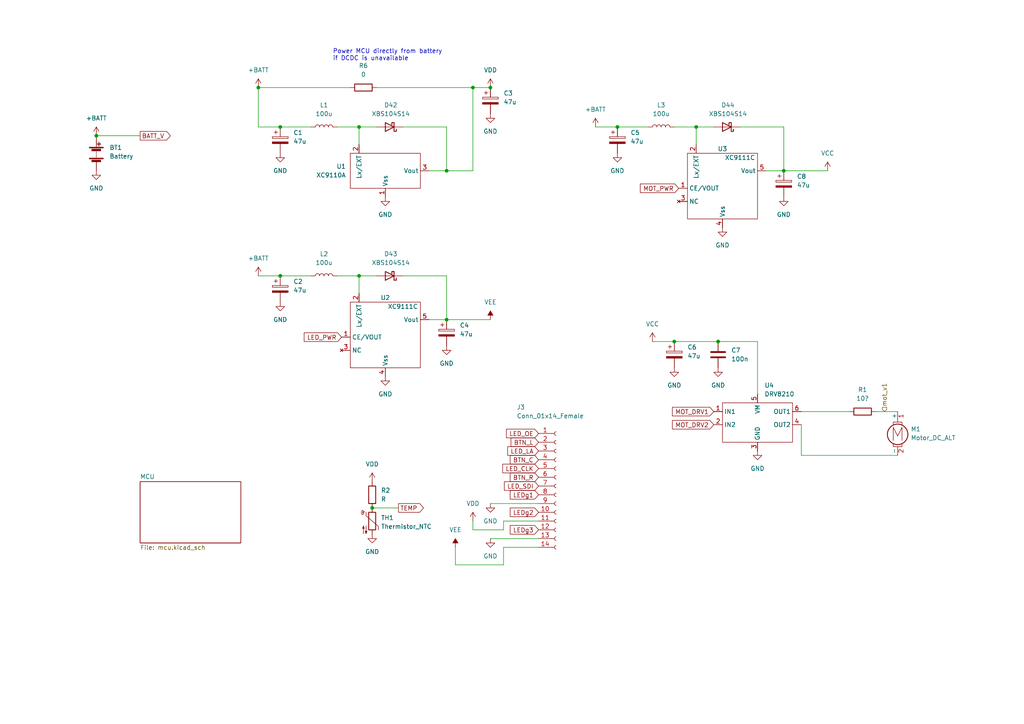
<source format=kicad_sch>
(kicad_sch (version 20250114) (generator "eeschema") (generator_version "9.0")
  (paper "A4")
  (lib_symbols
    (symbol "Connector:Conn_01x14_Female" (pin_names (offset 1.016) (hide yes))
      (property "Reference" "J" (at 0 17.78 0))
      (property "Value" "Conn_01x14_Female" (at 0 -20.32 0))
      (symbol "Conn_01x14_Female_1_1"
        (polyline (pts (xy -1.27 15.24) (xy -0.508 15.24)) (stroke (width 0.1524)))
        (polyline (pts (xy -1.27 12.7) (xy -0.508 12.7)) (stroke (width 0.1524)))
        (polyline (pts (xy -1.27 10.16) (xy -0.508 10.16)) (stroke (width 0.1524)))
        (polyline (pts (xy -1.27 7.62) (xy -0.508 7.62)) (stroke (width 0.1524)))
        (polyline (pts (xy -1.27 5.08) (xy -0.508 5.08)) (stroke (width 0.1524)))
        (polyline (pts (xy -1.27 2.54) (xy -0.508 2.54)) (stroke (width 0.1524)))
        (polyline (pts (xy -1.27 0) (xy -0.508 0)) (stroke (width 0.1524)))
        (polyline (pts (xy -1.27 -2.54) (xy -0.508 -2.54)) (stroke (width 0.1524)))
        (polyline (pts (xy -1.27 -5.08) (xy -0.508 -5.08)) (stroke (width 0.1524)))
        (polyline (pts (xy -1.27 -7.62) (xy -0.508 -7.62)) (stroke (width 0.1524)))
        (polyline (pts (xy -1.27 -10.16) (xy -0.508 -10.16)) (stroke (width 0.1524)))
        (polyline (pts (xy -1.27 -12.7) (xy -0.508 -12.7)) (stroke (width 0.1524)))
        (polyline (pts (xy -1.27 -15.24) (xy -0.508 -15.24)) (stroke (width 0.1524)))
        (polyline (pts (xy -1.27 -17.78) (xy -0.508 -17.78)) (stroke (width 0.1524)))
        (arc (start 0 14.732) (mid -0.5058 15.24) (end 0 15.748) (stroke (width 0.1524)))
        (arc (start 0 12.192) (mid -0.5058 12.7) (end 0 13.208) (stroke (width 0.1524)))
        (arc (start 0 9.652) (mid -0.5058 10.16) (end 0 10.668) (stroke (width 0.1524)))
        (arc (start 0 7.112) (mid -0.5058 7.62) (end 0 8.128) (stroke (width 0.1524)))
        (arc (start 0 4.572) (mid -0.5058 5.08) (end 0 5.588) (stroke (width 0.1524)))
        (arc (start 0 2.032) (mid -0.5058 2.54) (end 0 3.048) (stroke (width 0.1524)))
        (arc (start 0 -0.508) (mid -0.5058 0) (end 0 0.508) (stroke (width 0.1524)))
        (arc (start 0 -3.048) (mid -0.5058 -2.54) (end 0 -2.032) (stroke (width 0.1524)))
        (arc (start 0 -5.588) (mid -0.5058 -5.08) (end 0 -4.572) (stroke (width 0.1524)))
        (arc (start 0 -8.128) (mid -0.5058 -7.62) (end 0 -7.112) (stroke (width 0.1524)))
        (arc (start 0 -10.668) (mid -0.5058 -10.16) (end 0 -9.652) (stroke (width 0.1524)))
        (arc (start 0 -13.208) (mid -0.5058 -12.7) (end 0 -12.192) (stroke (width 0.1524)))
        (arc (start 0 -15.748) (mid -0.5058 -15.24) (end 0 -14.732) (stroke (width 0.1524)))
        (arc (start 0 -18.288) (mid -0.5058 -17.78) (end 0 -17.272) (stroke (width 0.1524)))
        (pin passive line (at -5.08 15.24 0) (length 3.81) (name "Pin_1") (number "1"))
        (pin passive line (at -5.08 12.7 0) (length 3.81) (name "Pin_2") (number "2"))
        (pin passive line (at -5.08 10.16 0) (length 3.81) (name "Pin_3") (number "3"))
        (pin passive line (at -5.08 7.62 0) (length 3.81) (name "Pin_4") (number "4"))
        (pin passive line (at -5.08 5.08 0) (length 3.81) (name "Pin_5") (number "5"))
        (pin passive line (at -5.08 2.54 0) (length 3.81) (name "Pin_6") (number "6"))
        (pin passive line (at -5.08 0 0) (length 3.81) (name "Pin_7") (number "7"))
        (pin passive line (at -5.08 -2.54 0) (length 3.81) (name "Pin_8") (number "8"))
        (pin passive line (at -5.08 -5.08 0) (length 3.81) (name "Pin_9") (number "9"))
        (pin passive line (at -5.08 -7.62 0) (length 3.81) (name "Pin_10") (number "10"))
        (pin passive line (at -5.08 -10.16 0) (length 3.81) (name "Pin_11") (number "11"))
        (pin passive line (at -5.08 -12.7 0) (length 3.81) (name "Pin_12") (number "12"))
        (pin passive line (at -5.08 -15.24 0) (length 3.81) (name "Pin_13") (number "13"))
        (pin passive line (at -5.08 -17.78 0) (length 3.81) (name "Pin_14") (number "14"))
      )
    )
    (symbol "Device:Battery" (pin_numbers (hide yes)) (pin_names (offset 0) (hide yes))
      (property "Reference" "BT" (at 2.54 2.54 0))
      (property "Value" "Battery" (at 2.54 0 0))
      (symbol "Battery_0_1"
        (rectangle (start -2.032 1.778) (end 2.032 1.524) (fill (type outline)))
        (rectangle (start -2.032 -1.397) (end 2.032 -1.651) (fill (type outline)))
        (rectangle (start -1.3208 1.1938) (end 1.27 0.6858) (fill (type outline)))
        (rectangle (start -1.3208 -1.9812) (end 1.27 -2.4892) (fill (type outline)))
        (polyline (pts (xy 0 1.778) (xy 0 2.54)))
        (polyline (pts (xy 0 0.508) (xy 0 0.762)))
        (polyline (pts (xy 0 0) (xy 0 0.254)))
        (polyline (pts (xy 0 -0.508) (xy 0 -0.254)))
        (polyline (pts (xy 0 -1.016) (xy 0 -0.762)))
        (polyline (pts (xy 0 -1.524) (xy 0 -1.27)))
        (polyline (pts (xy 0.254 2.667) (xy 1.27 2.667)) (stroke (width 0.254)))
        (polyline (pts (xy 0.762 3.175) (xy 0.762 2.159)) (stroke (width 0.254)))
      )
      (symbol "Battery_1_1"
        (pin passive line (at 0 5.08 270) (length 2.54) (name "+") (number "1"))
        (pin passive line (at 0 -5.08 90) (length 2.54) (name "-") (number "2"))
      )
    )
    (symbol "Device:C" (pin_numbers (hide yes)) (pin_names (offset 0.254))
      (property "Reference" "C" (at 0.635 2.54 0))
      (property "Value" "C" (at 0.635 -2.54 0))
      (symbol "C_0_1"
        (polyline (pts (xy -2.032 0.762) (xy 2.032 0.762)) (stroke (width 0.508)))
        (polyline (pts (xy -2.032 -0.762) (xy 2.032 -0.762)) (stroke (width 0.508)))
      )
      (symbol "C_1_1"
        (pin passive line (at 0 3.81 270) (length 2.794) (name "~") (number "1"))
        (pin passive line (at 0 -3.81 90) (length 2.794) (name "~") (number "2"))
      )
    )
    (symbol "Device:C_Polarized" (pin_numbers (hide yes)) (pin_names (offset 0.254))
      (property "Reference" "C" (at 0.635 2.54 0))
      (property "Value" "C_Polarized" (at 0.635 -2.54 0))
      (symbol "C_Polarized_0_1"
        (rectangle (start -2.286 0.508) (end 2.286 1.016))
        (polyline (pts (xy -1.778 2.286) (xy -0.762 2.286)))
        (polyline (pts (xy -1.27 2.794) (xy -1.27 1.778)))
        (rectangle (start 2.286 -0.508) (end -2.286 -1.016) (fill (type outline)))
      )
      (symbol "C_Polarized_1_1"
        (pin passive line (at 0 3.81 270) (length 2.794) (name "~") (number "1"))
        (pin passive line (at 0 -3.81 90) (length 2.794) (name "~") (number "2"))
      )
    )
    (symbol "Device:D_Schottky" (pin_numbers (hide yes)) (pin_names (offset 1.016) (hide yes))
      (property "Reference" "D" (at 0 2.54 0))
      (property "Value" "D_Schottky" (at 0 -2.54 0))
      (symbol "D_Schottky_0_1"
        (polyline (pts (xy -1.905 0.635) (xy -1.905 1.27) (xy -1.27 1.27) (xy -1.27 -1.27) (xy -0.635 -1.27) (xy -0.635 -0.635)) (stroke (width 0.254)))
        (polyline (pts (xy 1.27 1.27) (xy 1.27 -1.27) (xy -1.27 0) (xy 1.27 1.27)) (stroke (width 0.254)))
        (polyline (pts (xy 1.27 0) (xy -1.27 0)))
      )
      (symbol "D_Schottky_1_1"
        (pin passive line (at -3.81 0 0) (length 2.54) (name "K") (number "1"))
        (pin passive line (at 3.81 0 180) (length 2.54) (name "A") (number "2"))
      )
    )
    (symbol "Device:L" (pin_numbers (hide yes)) (pin_names (offset 1.016) (hide yes))
      (property "Reference" "L" (at -1.27 0 90))
      (property "Value" "L" (at 1.905 0 90))
      (symbol "L_0_1"
        (arc (start 0 2.54) (mid 0.6323 1.905) (end 0 1.27))
        (arc (start 0 1.27) (mid 0.6323 0.635) (end 0 0))
        (arc (start 0 0) (mid 0.6323 -0.635) (end 0 -1.27))
        (arc (start 0 -1.27) (mid 0.6323 -1.905) (end 0 -2.54))
      )
      (symbol "L_1_1"
        (pin passive line (at 0 3.81 270) (length 1.27) (name "1") (number "1"))
        (pin passive line (at 0 -3.81 90) (length 1.27) (name "2") (number "2"))
      )
    )
    (symbol "Device:R" (pin_numbers (hide yes)) (pin_names (offset 0))
      (property "Reference" "R" (at 2.032 0 90))
      (property "Value" "R" (at 0 0 90))
      (symbol "R_0_1"
        (rectangle (start -1.016 -2.54) (end 1.016 2.54) (stroke (width 0.254)))
      )
      (symbol "R_1_1"
        (pin passive line (at 0 3.81 270) (length 1.27) (name "~") (number "1"))
        (pin passive line (at 0 -3.81 90) (length 1.27) (name "~") (number "2"))
      )
    )
    (symbol "Device:Thermistor_NTC" (pin_numbers (hide yes)) (pin_names (offset 0))
      (property "Reference" "TH" (at -4.445 0 90))
      (property "Value" "Thermistor_NTC" (at 3.175 0 90))
      (symbol "Thermistor_NTC_0_1"
        (arc (start -3.175 2.413) (mid -3.0506 2.3165) (end -3.048 2.159))
        (arc (start -3.048 2.794) (mid -2.9736 2.9736) (end -2.794 3.048))
        (arc (start -2.794 3.048) (mid -2.6144 2.9736) (end -2.54 2.794))
        (arc (start -2.794 2.54) (mid -2.9736 2.6144) (end -3.048 2.794))
        (arc (start -2.794 1.905) (mid -2.9736 1.9794) (end -3.048 2.159))
        (arc (start -2.54 2.159) (mid -2.6144 1.9794) (end -2.794 1.905))
        (arc (start -2.159 2.794) (mid -2.434 2.5608) (end -2.794 2.54))
        (polyline (pts (xy -2.54 2.159) (xy -2.54 2.794)))
        (polyline (pts (xy -2.54 -3.683) (xy -2.54 -1.397) (xy -2.794 -2.159) (xy -2.286 -2.159) (xy -2.54 -1.397) (xy -2.54 -1.651)) (fill (type outline)))
        (polyline (pts (xy -1.778 2.54) (xy -1.778 1.524) (xy 1.778 -1.524) (xy 1.778 -2.54)))
        (polyline (pts (xy -1.778 -1.397) (xy -1.778 -3.683) (xy -2.032 -2.921) (xy -1.524 -2.921) (xy -1.778 -3.683) (xy -1.778 -3.429)) (fill (type outline)))
        (rectangle (start -1.016 2.54) (end 1.016 -2.54) (stroke (width 0.254)))
      )
      (symbol "Thermistor_NTC_1_1"
        (pin passive line (at 0 3.81 270) (length 1.27) (name "~") (number "1"))
        (pin passive line (at 0 -3.81 90) (length 1.27) (name "~") (number "2"))
      )
    )
    (symbol "Motor:Motor_DC_ALT" (pin_names (offset 0))
      (property "Reference" "M" (at 2.54 2.54 0))
      (property "Value" "Motor_DC_ALT" (at 2.54 -5.08 0))
      (symbol "Motor_DC_ALT_0_0"
        (polyline (pts (xy -1.27 1.27) (xy -1.27 2.032) (xy 1.27 2.032) (xy 1.27 1.27)))
        (polyline (pts (xy -1.27 -3.302) (xy -1.27 0.508) (xy 0 -2.032) (xy 1.27 0.508) (xy 1.27 -3.302)))
        (polyline (pts (xy -1.27 -4.318) (xy -1.27 -5.08) (xy 1.27 -5.08) (xy 1.27 -4.318)))
        (circle (center 0 -1.524) (radius 2.9718) (stroke (width 0.254)))
      )
      (symbol "Motor_DC_ALT_0_1"
        (polyline (pts (xy 0 2.032) (xy 0 2.54)))
      )
      (symbol "Motor_DC_ALT_1_1"
        (pin passive line (at 0 5.08 270) (length 2.54) (name "+") (number "1"))
        (pin passive line (at 0 -7.62 90) (length 2.54) (name "-") (number "2"))
      )
    )
    (symbol "dcdc_torex:XC9110A"
      (property "Reference" "U" (at 0 2.54 0))
      (property "Value" "XC9110A" (at 0 0 0))
      (symbol "XC9110A_0_1"
        (rectangle (start -10.16 1.27) (end 10.16 -8.89))
      )
      (symbol "XC9110A_1_1"
        (pin power_in line (at -7.62 3.81 270) (length 2.54) (name "Lx/EXT") (number "2"))
        (pin power_in line (at 0 -11.43 90) (length 2.54) (name "Vss") (number "1"))
        (pin power_out line (at 12.7 -3.81 180) (length 2.54) (name "Vout") (number "3"))
      )
    )
    (symbol "dcdc_torex:XC9111C"
      (property "Reference" "U" (at 0 2.54 0))
      (property "Value" "XC9111C" (at 0 0 0))
      (symbol "XC9111C_0_1"
        (rectangle (start -10.16 1.27) (end 10.16 -17.78))
      )
      (symbol "XC9111C_1_1"
        (pin input line (at -12.7 -8.89 0) (length 2.54) (name "CE/VOUT") (number "1"))
        (pin no_connect line (at -12.7 -12.7 0) (length 2.54) (name "NC") (number "3"))
        (pin power_in line (at -7.62 3.81 270) (length 2.54) (name "Lx/EXT") (number "2"))
        (pin power_in line (at 0 -20.32 90) (length 2.54) (name "Vss") (number "4"))
        (pin power_out line (at 12.7 -3.81 180) (length 2.54) (name "Vout") (number "5"))
      )
    )
    (symbol "mod_drv:DRV8210"
      (property "Reference" "U" (at 3.81 3.81 0))
      (property "Value" "DRV8210" (at 0 -2.54 0))
      (symbol "DRV8210_0_1"
        (rectangle (start -10.16 2.54) (end 10.16 -8.89))
      )
      (symbol "DRV8210_1_1"
        (pin input line (at -12.7 0 0) (length 2.54) (name "IN1") (number "1"))
        (pin input line (at -12.7 -3.81 0) (length 2.54) (name "IN2") (number "2"))
        (pin power_in line (at 0 5.08 270) (length 2.54) (name "VM") (number "5"))
        (pin power_in line (at 0 -11.43 90) (length 2.54) (name "GND") (number "3"))
        (pin power_out line (at 12.7 0 180) (length 2.54) (name "OUT1") (number "6"))
        (pin power_out line (at 12.7 -3.81 180) (length 2.54) (name "OUT2") (number "4"))
      )
    )
    (symbol "power:+BATT" (power) (pin_names (offset 0))
      (property "Value" "+BATT" (at 0 3.556 0))
      (symbol "+BATT_0_1"
        (polyline (pts (xy -0.762 1.27) (xy 0 2.54)))
        (polyline (pts (xy 0 2.54) (xy 0.762 1.27)))
        (polyline (pts (xy 0 0) (xy 0 2.54)))
      )
      (symbol "+BATT_1_1"
        (pin power_in line (at 0 0 90) (length 0) (hide yes) (name "+BATT") (number "1"))
      )
    )
    (symbol "power:GND" (power) (pin_names (offset 0))
      (property "Value" "GND" (at 0 -3.81 0))
      (symbol "GND_0_1"
        (polyline (pts (xy 0 0) (xy 0 -1.27) (xy 1.27 -1.27) (xy 0 -2.54) (xy -1.27 -1.27) (xy 0 -1.27)))
      )
      (symbol "GND_1_1"
        (pin power_in line (at 0 0 270) (length 0) (hide yes) (name "GND") (number "1"))
      )
    )
    (symbol "power:VCC" (power) (pin_names (offset 0))
      (property "Value" "VCC" (at 0 3.81 0))
      (symbol "VCC_0_1"
        (polyline (pts (xy -0.762 1.27) (xy 0 2.54)))
        (polyline (pts (xy 0 2.54) (xy 0.762 1.27)))
        (polyline (pts (xy 0 0) (xy 0 2.54)))
      )
      (symbol "VCC_1_1"
        (pin power_in line (at 0 0 90) (length 0) (hide yes) (name "VCC") (number "1"))
      )
    )
    (symbol "power:VDD" (power) (pin_names (offset 0))
      (property "Value" "VDD" (at 0 3.81 0))
      (symbol "VDD_0_1"
        (polyline (pts (xy -0.762 1.27) (xy 0 2.54)))
        (polyline (pts (xy 0 2.54) (xy 0.762 1.27)))
        (polyline (pts (xy 0 0) (xy 0 2.54)))
      )
      (symbol "VDD_1_1"
        (pin power_in line (at 0 0 90) (length 0) (hide yes) (name "VDD") (number "1"))
      )
    )
    (symbol "power:VEE" (power) (pin_names (offset 0))
      (property "Value" "VEE" (at 0 3.81 0))
      (symbol "VEE_0_1"
        (polyline (pts (xy 0 0) (xy 0 2.54)))
        (polyline (pts (xy 0.762 1.27) (xy -0.762 1.27) (xy 0 2.54) (xy 0.762 1.27)) (fill (type outline)))
      )
      (symbol "VEE_1_1"
        (pin power_in line (at 0 0 90) (length 0) (hide yes) (name "VEE") (number "1"))
      )
    )
  )
  (text "Power MCU directly from battery\nif DCDC is unavailable" (at 96.52 17.78 0) (effects (font (size 1.27 1.27)) (justify left bottom)))
  (junction (at 201.93 36.83))
  (junction (at 81.28 80.01))
  (junction (at 208.28 99.06))
  (junction (at 129.54 49.53))
  (junction (at 104.14 80.01))
  (junction (at 129.54 92.71))
  (junction (at 27.94 39.37))
  (junction (at 179.07 36.83))
  (junction (at 104.14 36.83))
  (junction (at 227.33 49.53))
  (junction (at 74.93 25.4))
  (junction (at 107.95 147.32))
  (junction (at 195.58 99.06))
  (junction (at 137.16 25.4))
  (junction (at 81.28 36.83))
  (junction (at 142.24 25.4))
  (wire (pts (xy 137.16 151.13) (xy 137.16 153.67)))
  (wire (pts (xy 104.14 80.01) (xy 109.22 80.01)))
  (wire (pts (xy 116.84 36.83) (xy 129.54 36.83)))
  (wire (pts (xy 137.16 49.53) (xy 137.16 25.4)))
  (wire (pts (xy 214.63 36.83) (xy 227.33 36.83)))
  (wire (pts (xy 227.33 49.53) (xy 240.03 49.53)))
  (wire (pts (xy 137.16 25.4) (xy 142.24 25.4)))
  (wire (pts (xy 129.54 92.71) (xy 142.24 92.71)))
  (wire (pts (xy 146.05 151.13) (xy 146.05 153.67)))
  (wire (pts (xy 74.93 80.01) (xy 81.28 80.01)))
  (wire (pts (xy 254 119.38) (xy 260.35 119.38)))
  (wire (pts (xy 232.41 132.08) (xy 260.35 132.08)))
  (wire (pts (xy 81.28 36.83) (xy 90.17 36.83)))
  (wire (pts (xy 27.94 39.37) (xy 40.64 39.37)))
  (wire (pts (xy 129.54 49.53) (xy 137.16 49.53)))
  (wire (pts (xy 124.46 92.71) (xy 129.54 92.71)))
  (wire (pts (xy 232.41 119.38) (xy 246.38 119.38)))
  (wire (pts (xy 74.93 25.4) (xy 101.6 25.4)))
  (wire (pts (xy 146.05 158.75) (xy 146.05 163.83)))
  (wire (pts (xy 201.93 36.83) (xy 207.01 36.83)))
  (wire (pts (xy 156.21 151.13) (xy 146.05 151.13)))
  (wire (pts (xy 195.58 36.83) (xy 201.93 36.83)))
  (wire (pts (xy 219.71 99.06) (xy 219.71 114.3)))
  (wire (pts (xy 74.93 25.4) (xy 74.93 36.83)))
  (wire (pts (xy 179.07 36.83) (xy 187.96 36.83)))
  (wire (pts (xy 129.54 36.83) (xy 129.54 49.53)))
  (wire (pts (xy 189.23 99.06) (xy 195.58 99.06)))
  (wire (pts (xy 208.28 99.06) (xy 219.71 99.06)))
  (wire (pts (xy 107.95 147.32) (xy 115.57 147.32)))
  (wire (pts (xy 222.25 49.53) (xy 227.33 49.53)))
  (wire (pts (xy 129.54 80.01) (xy 129.54 92.71)))
  (wire (pts (xy 81.28 80.01) (xy 90.17 80.01)))
  (wire (pts (xy 146.05 153.67) (xy 137.16 153.67)))
  (wire (pts (xy 97.79 36.83) (xy 104.14 36.83)))
  (wire (pts (xy 109.22 25.4) (xy 137.16 25.4)))
  (wire (pts (xy 227.33 36.83) (xy 227.33 49.53)))
  (wire (pts (xy 142.24 146.05) (xy 156.21 146.05)))
  (wire (pts (xy 97.79 80.01) (xy 104.14 80.01)))
  (wire (pts (xy 124.46 49.53) (xy 129.54 49.53)))
  (wire (pts (xy 74.93 36.83) (xy 81.28 36.83)))
  (wire (pts (xy 132.08 158.75) (xy 132.08 163.83)))
  (wire (pts (xy 104.14 36.83) (xy 104.14 41.91)))
  (wire (pts (xy 104.14 80.01) (xy 104.14 85.09)))
  (wire (pts (xy 116.84 80.01) (xy 129.54 80.01)))
  (wire (pts (xy 232.41 123.19) (xy 232.41 132.08)))
  (wire (pts (xy 156.21 158.75) (xy 146.05 158.75)))
  (wire (pts (xy 142.24 156.21) (xy 156.21 156.21)))
  (wire (pts (xy 172.72 36.83) (xy 179.07 36.83)))
  (wire (pts (xy 104.14 36.83) (xy 109.22 36.83)))
  (wire (pts (xy 201.93 36.83) (xy 201.93 41.91)))
  (wire (pts (xy 195.58 99.06) (xy 208.28 99.06)))
  (wire (pts (xy 146.05 163.83) (xy 132.08 163.83)))
  (global_label "LED_PWR" (shape input) (at 99.06 97.79 180) (property "Intersheetrefs" "${INTERSHEET_REFS}" (effects (hide yes))))
  (global_label "MOT_DRV1" (shape input) (at 207.01 119.38 180) (property "Intersheetrefs" "${INTERSHEET_REFS}" (effects (hide yes))))
  (global_label "LED_SDI" (shape input) (at 156.21 140.97 180) (property "Intersheetrefs" "${INTERSHEET_REFS}" (effects (hide yes))))
  (global_label "BTN_C" (shape input) (at 156.21 133.35 180) (property "Intersheetrefs" "${INTERSHEET_REFS}" (effects (hide yes))))
  (global_label "MOT_DRV2" (shape input) (at 207.01 123.19 180) (property "Intersheetrefs" "${INTERSHEET_REFS}" (effects (hide yes))))
  (global_label "LEDg2" (shape input) (at 156.21 148.59 180) (property "Intersheetrefs" "${INTERSHEET_REFS}" (effects (hide yes))))
  (global_label "BATT_V" (shape output) (at 40.64 39.37 0) (property "Intersheetrefs" "${INTERSHEET_REFS}" (effects (hide yes))))
  (global_label "MOT_PWR" (shape input) (at 196.85 54.61 180) (property "Intersheetrefs" "${INTERSHEET_REFS}" (effects (hide yes))))
  (global_label "LED_OE" (shape input) (at 156.21 125.73 180) (property "Intersheetrefs" "${INTERSHEET_REFS}" (effects (hide yes))))
  (global_label "BTN_R" (shape input) (at 156.21 138.43 180) (property "Intersheetrefs" "${INTERSHEET_REFS}" (effects (hide yes))))
  (global_label "TEMP" (shape output) (at 115.57 147.32 0) (property "Intersheetrefs" "${INTERSHEET_REFS}" (effects (hide yes))))
  (global_label "LED_CLK" (shape input) (at 156.21 135.89 180) (property "Intersheetrefs" "${INTERSHEET_REFS}" (effects (hide yes))))
  (global_label "LED_LA" (shape input) (at 156.21 130.81 180) (property "Intersheetrefs" "${INTERSHEET_REFS}" (effects (hide yes))))
  (global_label "LEDg3" (shape input) (at 156.21 153.67 180) (property "Intersheetrefs" "${INTERSHEET_REFS}" (effects (hide yes))))
  (global_label "BTN_L" (shape input) (at 156.21 128.27 180) (property "Intersheetrefs" "${INTERSHEET_REFS}" (effects (hide yes))))
  (global_label "LEDg1" (shape input) (at 156.21 143.51 180) (property "Intersheetrefs" "${INTERSHEET_REFS}" (effects (hide yes))))
  (hierarchical_label "mot_v1" (shape input) (at 256.54 119.38 90))
  (symbol (lib_id "power:GND") (at 142.24 156.21 0) (unit 1)
    (property "Reference" "#PWR0143" (effects (hide yes)))
    (property "Value" "GND" (at 142.24 161.29 0))
  )
  (symbol (lib_id "Device:C") (at 208.28 102.87 0) (unit 1)
    (property "Reference" "C7" (at 212.09 101.5999 0) (effects (justify left)))
    (property "Value" "100n" (at 212.09 104.1399 0) (effects (justify left)))
    (property "Footprint" "Capacitor_SMD:C_0603_1608Metric_Pad1.08x0.95mm_HandSolder" (effects (hide yes)))
  )
  (symbol (lib_id "power:GND") (at 107.95 154.94 0) (unit 1)
    (property "Reference" "#PWR0123" (effects (hide yes)))
    (property "Value" "GND" (at 107.95 160.02 0))
  )
  (symbol (lib_id "power:+BATT") (at 27.94 39.37 0) (unit 1)
    (property "Reference" "#PWR0116" (effects (hide yes)))
    (property "Value" "+BATT" (at 27.94 34.29 0))
  )
  (symbol (lib_id "Device:R") (at 250.19 119.38 90) (unit 1)
    (property "Reference" "R1" (at 250.19 113.03 90))
    (property "Value" "10?" (at 250.19 115.57 90))
    (property "Footprint" "Resistor_SMD:R_0805_2012Metric_Pad1.20x1.40mm_HandSolder" (effects (hide yes)))
  )
  (symbol (lib_id "power:GND") (at 81.28 44.45 0) (unit 1)
    (property "Reference" "#PWR0115" (effects (hide yes)))
    (property "Value" "GND" (at 81.28 49.53 0))
  )
  (symbol (lib_id "power:GND") (at 81.28 87.63 0) (unit 1)
    (property "Reference" "#PWR0121" (effects (hide yes)))
    (property "Value" "GND" (at 81.28 92.71 0))
  )
  (symbol (lib_id "power:VCC") (at 240.03 49.53 0) (unit 1)
    (property "Reference" "#PWR0105" (effects (hide yes)))
    (property "Value" "VCC" (at 240.03 44.45 0))
  )
  (symbol (lib_id "power:VEE") (at 132.08 158.75 0) (unit 1)
    (property "Reference" "#PWR0140" (effects (hide yes)))
    (property "Value" "VEE" (at 132.08 153.67 0))
  )
  (symbol (lib_id "Device:C_Polarized") (at 195.58 102.87 0) (unit 1)
    (property "Reference" "C6" (at 199.39 100.7109 0) (effects (justify left)))
    (property "Value" "47u" (at 199.39 103.2509 0) (effects (justify left)))
    (property "Footprint" "Capacitor_Tantalum_SMD:CP_EIA-6032-28_Kemet-C_Pad2.25x2.35mm_HandSolder" (effects (hide yes)))
  )
  (symbol (lib_id "dcdc_torex:XC9111C") (at 209.55 45.72 0) (unit 1)
    (property "Reference" "U3" (at 209.55 43.18 0))
    (property "Value" "XC9111C" (at 214.63 45.72 0))
    (property "Footprint" "Package_TO_SOT_SMD:SOT-23-5" (effects (hide yes)))
  )
  (symbol (lib_id "Device:C_Polarized") (at 81.28 83.82 0) (unit 1)
    (property "Reference" "C2" (at 85.09 81.6609 0) (effects (justify left)))
    (property "Value" "47u" (at 85.09 84.2009 0) (effects (justify left)))
    (property "Footprint" "Capacitor_Tantalum_SMD:CP_EIA-6032-28_Kemet-C_Pad2.25x2.35mm_HandSolder" (effects (hide yes)))
  )
  (symbol (lib_id "Motor:Motor_DC_ALT") (at 260.35 124.46 0) (unit 1)
    (property "Reference" "M1" (at 264.16 124.4599 0) (effects (justify left)))
    (property "Value" "Motor_DC_ALT" (at 264.16 126.9999 0) (effects (justify left)))
    (property "Footprint" "Connector_JST:JST_PH_B2B-PH-SM4-TB_1x02-1MP_P2.00mm_Vertical" (effects (hide yes)))
  )
  (symbol (lib_id "Device:D_Schottky") (at 113.03 80.01 180) (unit 1)
    (property "Reference" "D43" (at 113.3475 73.66 0))
    (property "Value" "XBS104S14" (at 113.3475 76.2 0))
    (property "Footprint" "Diode_SMD:D_SOD-123" (effects (hide yes)))
  )
  (symbol (lib_id "power:+BATT") (at 74.93 80.01 0) (unit 1)
    (property "Reference" "#PWR0119" (effects (hide yes)))
    (property "Value" "+BATT" (at 74.93 74.93 0))
  )
  (symbol (lib_id "dcdc_torex:XC9111C") (at 111.76 88.9 0) (unit 1)
    (property "Reference" "U2" (at 111.76 86.36 0))
    (property "Value" "XC9111C" (at 116.84 88.9 0))
    (property "Footprint" "Package_TO_SOT_SMD:SOT-23-5" (effects (hide yes)))
  )
  (symbol (lib_id "power:GND") (at 227.33 57.15 0) (unit 1)
    (property "Reference" "#PWR0106" (effects (hide yes)))
    (property "Value" "GND" (at 227.33 62.23 0))
  )
  (symbol (lib_id "power:GND") (at 195.58 106.68 0) (unit 1)
    (property "Reference" "#PWR0104" (effects (hide yes)))
    (property "Value" "GND" (at 195.58 111.76 0))
  )
  (symbol (lib_id "power:GND") (at 179.07 44.45 0) (unit 1)
    (property "Reference" "#PWR0109" (effects (hide yes)))
    (property "Value" "GND" (at 179.07 49.53 0))
  )
  (symbol (lib_id "Connector:Conn_01x14_Female") (at 161.29 140.97 0) (unit 1)
    (property "Reference" "J3" (at 149.86 118.11 0) (effects (justify left)))
    (property "Value" "Conn_01x14_Female" (at 149.86 120.65 0) (effects (justify left)))
    (property "Footprint" "Connector_PinHeader_1.27mm:PinHeader_2x07_P1.27mm_Vertical" (effects (hide yes)))
  )
  (symbol (lib_id "power:GND") (at 142.24 33.02 0) (unit 1)
    (property "Reference" "#PWR0111" (effects (hide yes)))
    (property "Value" "GND" (at 142.24 38.1 0))
  )
  (symbol (lib_id "power:GND") (at 111.76 109.22 0) (unit 1)
    (property "Reference" "#PWR0120" (effects (hide yes)))
    (property "Value" "GND" (at 111.76 114.3 0))
  )
  (symbol (lib_id "power:GND") (at 209.55 66.04 0) (unit 1)
    (property "Reference" "#PWR0107" (effects (hide yes)))
    (property "Value" "GND" (at 209.55 71.12 0))
  )
  (symbol (lib_id "power:VCC") (at 189.23 99.06 0) (unit 1)
    (property "Reference" "#PWR0103" (effects (hide yes)))
    (property "Value" "VCC" (at 189.23 93.98 0))
  )
  (symbol (lib_id "Device:Thermistor_NTC") (at 107.95 151.13 0) (unit 1)
    (property "Reference" "TH1" (at 110.49 150.1774 0) (effects (justify left)))
    (property "Value" "Thermistor_NTC" (at 110.49 152.7174 0) (effects (justify left)))
    (property "Footprint" "Resistor_THT:R_Axial_DIN0207_L6.3mm_D2.5mm_P2.54mm_Vertical" (effects (hide yes)))
  )
  (symbol (lib_id "Device:L") (at 191.77 36.83 90) (unit 1)
    (property "Reference" "L3" (at 191.77 30.48 90))
    (property "Value" "100u" (at 191.77 33.02 90))
    (property "Footprint" "Inductor_SMD:L_0805_2012Metric_Pad1.05x1.20mm_HandSolder" (effects (hide yes)))
  )
  (symbol (lib_id "dcdc_torex:XC9110A") (at 111.76 45.72 0) (unit 1)
    (property "Reference" "U1" (at 100.33 48.2599 0) (effects (justify right)))
    (property "Value" "XC9110A" (at 100.33 50.7999 0) (effects (justify right)))
    (property "Footprint" "Package_TO_SOT_SMD:SOT-23" (effects (hide yes)))
  )
  (symbol (lib_id "Device:C_Polarized") (at 179.07 40.64 0) (unit 1)
    (property "Reference" "C5" (at 182.88 38.4809 0) (effects (justify left)))
    (property "Value" "47u" (at 182.88 41.0209 0) (effects (justify left)))
    (property "Footprint" "Capacitor_Tantalum_SMD:CP_EIA-6032-28_Kemet-C_Pad2.25x2.35mm_HandSolder" (effects (hide yes)))
  )
  (symbol (lib_id "Device:C_Polarized") (at 227.33 53.34 0) (unit 1)
    (property "Reference" "C8" (at 231.14 51.1809 0) (effects (justify left)))
    (property "Value" "47u" (at 231.14 53.7209 0) (effects (justify left)))
    (property "Footprint" "Capacitor_Tantalum_SMD:CP_EIA-6032-28_Kemet-C_Pad2.25x2.35mm_HandSolder" (effects (hide yes)))
  )
  (symbol (lib_id "Device:C_Polarized") (at 129.54 96.52 0) (unit 1)
    (property "Reference" "C4" (at 133.35 94.3609 0) (effects (justify left)))
    (property "Value" "47u" (at 133.35 96.9009 0) (effects (justify left)))
    (property "Footprint" "Capacitor_Tantalum_SMD:CP_EIA-6032-28_Kemet-C_Pad2.25x2.35mm_HandSolder" (effects (hide yes)))
  )
  (symbol (lib_id "power:VEE") (at 142.24 92.71 0) (unit 1)
    (property "Reference" "#PWR0114" (effects (hide yes)))
    (property "Value" "VEE" (at 142.24 87.63 0))
  )
  (symbol (lib_id "Device:Battery") (at 27.94 44.45 0) (unit 1)
    (property "Reference" "BT1" (at 31.75 42.7989 0) (effects (justify left)))
    (property "Value" "Battery" (at 31.75 45.3389 0) (effects (justify left)))
    (property "Footprint" "Connector_JST:JST_PH_B2B-PH-SM4-TB_1x02-1MP_P2.00mm_Vertical" (effects (hide yes)))
  )
  (symbol (lib_id "power:GND") (at 142.24 146.05 0) (unit 1)
    (property "Reference" "#PWR0136" (effects (hide yes)))
    (property "Value" "GND" (at 142.24 151.13 0))
  )
  (symbol (lib_id "Device:L") (at 93.98 80.01 90) (unit 1)
    (property "Reference" "L2" (at 93.98 73.66 90))
    (property "Value" "100u" (at 93.98 76.2 90))
    (property "Footprint" "Inductor_SMD:L_0805_2012Metric_Pad1.05x1.20mm_HandSolder" (effects (hide yes)))
  )
  (symbol (lib_id "power:VDD") (at 107.95 139.7 0) (unit 1)
    (property "Reference" "#PWR0122" (effects (hide yes)))
    (property "Value" "VDD" (at 107.95 134.62 0))
  )
  (symbol (lib_id "power:VDD") (at 142.24 25.4 0) (unit 1)
    (property "Reference" "#PWR0112" (effects (hide yes)))
    (property "Value" "VDD" (at 142.24 20.32 0))
  )
  (symbol (lib_id "Device:L") (at 93.98 36.83 90) (unit 1)
    (property "Reference" "L1" (at 93.98 30.48 90))
    (property "Value" "100u" (at 93.98 33.02 90))
    (property "Footprint" "Inductor_SMD:L_0805_2012Metric_Pad1.05x1.20mm_HandSolder" (effects (hide yes)))
  )
  (symbol (lib_id "Device:D_Schottky") (at 210.82 36.83 180) (unit 1)
    (property "Reference" "D44" (at 211.1375 30.48 0))
    (property "Value" "XBS104S14" (at 211.1375 33.02 0))
    (property "Footprint" "Diode_SMD:D_SOD-123" (effects (hide yes)))
  )
  (symbol (lib_id "mod_drv:DRV8210") (at 219.71 119.38 0) (unit 1)
    (property "Reference" "U4" (at 221.7294 111.76 0) (effects (justify left)))
    (property "Value" "DRV8210" (at 221.7294 114.3 0) (effects (justify left)))
    (property "Footprint" "Package_TO_SOT_SMD:SOT-563" (effects (hide yes)))
  )
  (symbol (lib_id "power:GND") (at 27.94 49.53 0) (unit 1)
    (property "Reference" "#PWR0118" (effects (hide yes)))
    (property "Value" "GND" (at 27.94 54.61 0))
  )
  (symbol (lib_id "power:GND") (at 129.54 100.33 0) (unit 1)
    (property "Reference" "#PWR0113" (effects (hide yes)))
    (property "Value" "GND" (at 129.54 105.41 0))
  )
  (symbol (lib_id "Device:D_Schottky") (at 113.03 36.83 180) (unit 1)
    (property "Reference" "D42" (at 113.3475 30.48 0))
    (property "Value" "XBS104S14" (at 113.3475 33.02 0))
    (property "Footprint" "Diode_SMD:D_SOD-123" (effects (hide yes)))
  )
  (symbol (lib_id "Device:R") (at 105.41 25.4 90) (unit 1)
    (property "Reference" "R6" (at 105.41 19.05 90))
    (property "Value" "0" (at 105.41 21.59 90))
    (property "Footprint" "Resistor_SMD:R_0603_1608Metric_Pad0.98x0.95mm_HandSolder" (effects (hide yes)))
  )
  (symbol (lib_id "Device:C_Polarized") (at 81.28 40.64 0) (unit 1)
    (property "Reference" "C1" (at 85.09 38.4809 0) (effects (justify left)))
    (property "Value" "47u" (at 85.09 41.0209 0) (effects (justify left)))
    (property "Footprint" "Capacitor_Tantalum_SMD:CP_EIA-6032-28_Kemet-C_Pad2.25x2.35mm_HandSolder" (effects (hide yes)))
  )
  (symbol (lib_id "power:GND") (at 111.76 57.15 0) (unit 1)
    (property "Reference" "#PWR0108" (effects (hide yes)))
    (property "Value" "GND" (at 111.76 62.23 0))
  )
  (symbol (lib_id "power:VDD") (at 137.16 151.13 0) (unit 1)
    (property "Reference" "#PWR0137" (effects (hide yes)))
    (property "Value" "VDD" (at 137.16 146.05 0))
  )
  (symbol (lib_id "Device:R") (at 107.95 143.51 0) (unit 1)
    (property "Reference" "R2" (at 110.49 142.2399 0) (effects (justify left)))
    (property "Value" "R" (at 110.49 144.7799 0) (effects (justify left)))
    (property "Footprint" "Resistor_SMD:R_0603_1608Metric_Pad0.98x0.95mm_HandSolder" (effects (hide yes)))
  )
  (symbol (lib_id "Device:C_Polarized") (at 142.24 29.21 0) (unit 1)
    (property "Reference" "C3" (at 146.05 27.0509 0) (effects (justify left)))
    (property "Value" "47u" (at 146.05 29.5909 0) (effects (justify left)))
    (property "Footprint" "Capacitor_Tantalum_SMD:CP_EIA-6032-28_Kemet-C_Pad2.25x2.35mm_HandSolder" (effects (hide yes)))
  )
  (symbol (lib_id "power:GND") (at 208.28 106.68 0) (unit 1)
    (property "Reference" "#PWR0102" (effects (hide yes)))
    (property "Value" "GND" (at 208.28 111.76 0))
  )
  (symbol (lib_id "power:+BATT") (at 74.93 25.4 0) (unit 1)
    (property "Reference" "#PWR0117" (effects (hide yes)))
    (property "Value" "+BATT" (at 74.93 20.32 0))
  )
  (symbol (lib_id "power:GND") (at 219.71 130.81 0) (unit 1)
    (property "Reference" "#PWR0101" (effects (hide yes)))
    (property "Value" "GND" (at 219.71 135.89 0))
  )
  (symbol (lib_id "power:+BATT") (at 172.72 36.83 0) (unit 1)
    (property "Reference" "#PWR0110" (effects (hide yes)))
    (property "Value" "+BATT" (at 172.72 31.75 0))
  )
  (sheet (at 40.64 139.7) (size 29.21 17.78) (stroke (width 0.1524))
    (property "Sheetname" "MCU" (at 40.64 138.9884 0) (effects (justify left bottom)))
    (property "Sheetfile" "mcu.kicad_sch" (at 40.64 158.0646 0) (effects (justify left top)))
  )
)
</source>
